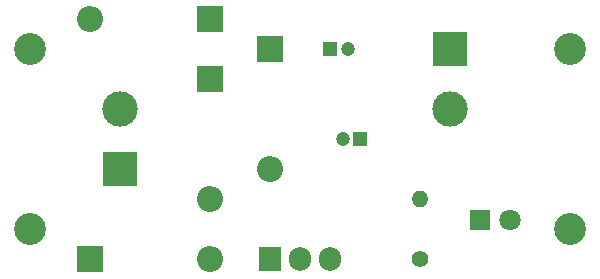
<source format=gbr>
%TF.GenerationSoftware,KiCad,Pcbnew,(6.0.9)*%
%TF.CreationDate,2023-01-25T05:46:05+05:30*%
%TF.ProjectId,PowerSupply,506f7765-7253-4757-9070-6c792e6b6963,rev?*%
%TF.SameCoordinates,Original*%
%TF.FileFunction,Soldermask,Top*%
%TF.FilePolarity,Negative*%
%FSLAX46Y46*%
G04 Gerber Fmt 4.6, Leading zero omitted, Abs format (unit mm)*
G04 Created by KiCad (PCBNEW (6.0.9)) date 2023-01-25 05:46:05*
%MOMM*%
%LPD*%
G01*
G04 APERTURE LIST*
%ADD10C,2.700000*%
%ADD11R,1.200000X1.200000*%
%ADD12C,1.200000*%
%ADD13R,1.905000X2.000000*%
%ADD14O,1.905000X2.000000*%
%ADD15C,1.400000*%
%ADD16O,1.400000X1.400000*%
%ADD17R,3.000000X3.000000*%
%ADD18C,3.000000*%
%ADD19R,2.200000X2.200000*%
%ADD20O,2.200000X2.200000*%
%ADD21R,1.800000X1.800000*%
%ADD22C,1.800000*%
G04 APERTURE END LIST*
D10*
%TO.C,H2*%
X149860000Y-86360000D03*
%TD*%
D11*
%TO.C,C1*%
X129540000Y-86360000D03*
D12*
X131040000Y-86360000D03*
%TD*%
D10*
%TO.C,H1*%
X149860000Y-101600000D03*
%TD*%
D13*
%TO.C,U1*%
X124460000Y-104140000D03*
D14*
X127000000Y-104140000D03*
X129540000Y-104140000D03*
%TD*%
D15*
%TO.C,R1*%
X137160000Y-104140000D03*
D16*
X137160000Y-99060000D03*
%TD*%
D10*
%TO.C,H3*%
X104140000Y-101600000D03*
%TD*%
D17*
%TO.C,J2*%
X139700000Y-86360000D03*
D18*
X139700000Y-91440000D03*
%TD*%
D19*
%TO.C,D4*%
X119380000Y-88900000D03*
D20*
X119380000Y-99060000D03*
%TD*%
D19*
%TO.C,D1*%
X109220000Y-104140000D03*
D20*
X119380000Y-104140000D03*
%TD*%
D10*
%TO.C,H4*%
X104140000Y-86360000D03*
%TD*%
D21*
%TO.C,D5*%
X142240000Y-100830000D03*
D22*
X144780000Y-100830000D03*
%TD*%
D11*
%TO.C,C2*%
X132080000Y-93980000D03*
D12*
X130580000Y-93980000D03*
%TD*%
D17*
%TO.C,J1*%
X111760000Y-96520000D03*
D18*
X111760000Y-91440000D03*
%TD*%
D19*
%TO.C,D3*%
X119380000Y-83820000D03*
D20*
X109220000Y-83820000D03*
%TD*%
D19*
%TO.C,D2*%
X124460000Y-86360000D03*
D20*
X124460000Y-96520000D03*
%TD*%
M02*

</source>
